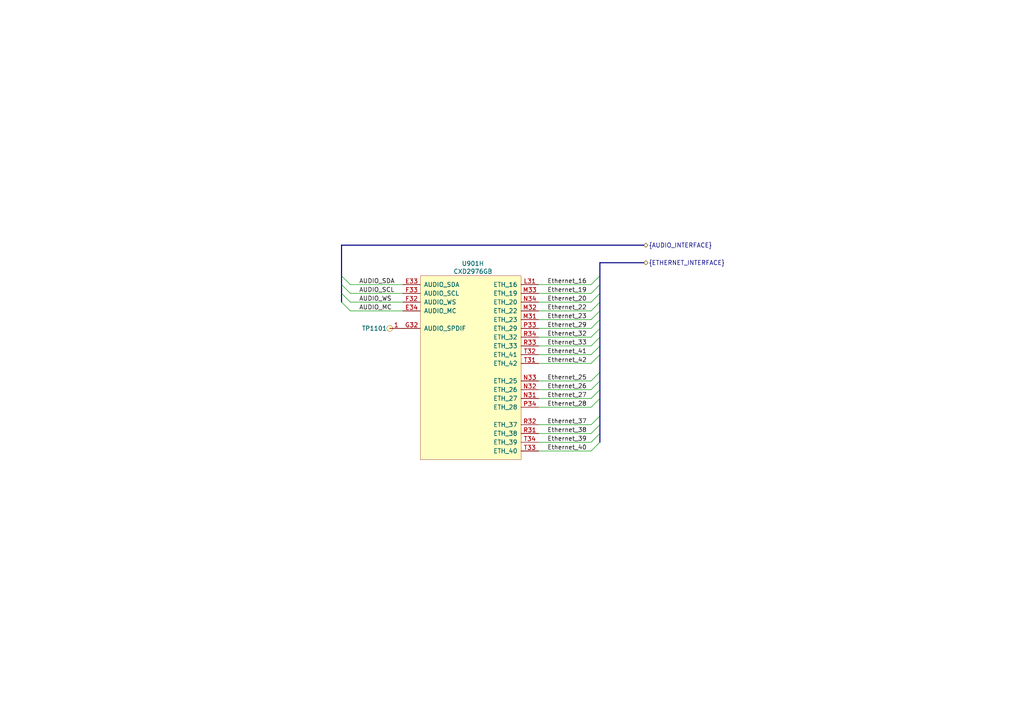
<source format=kicad_sch>
(kicad_sch (version 20230121) (generator eeschema)
  (paper "A4")
  (title_block (title "PS2 Emotion Engine Audio & Network") (rev "0.3") (comment 5 "-a project by Tschicki"))
  (bus_alias "AUDIO_INTERFACE" (members "AUDIO_SDA" "AUDIO_SCL" "AUDIO_WS" "AUDIO_MC"))
  (bus_entry (at 173.99 90.17) (size -2.54 2.54))
  (bus_entry (at 173.99 110.49) (size -2.54 2.54))
  (bus_entry (at 173.99 123.19) (size -2.54 2.54))
  (bus_entry (at 101.6 87.63) (size -2.54 -2.54))
  (bus_entry (at 101.6 82.55) (size -2.54 -2.54))
  (bus_entry (at 173.99 125.73) (size -2.54 2.54))
  (bus_entry (at 173.99 92.71) (size -2.54 2.54))
  (bus_entry (at 173.99 80.01) (size -2.54 2.54))
  (bus_entry (at 173.99 128.27) (size -2.54 2.54))
  (bus_entry (at 173.99 97.79) (size -2.54 2.54))
  (bus_entry (at 173.99 115.57) (size -2.54 2.54))
  (bus_entry (at 173.99 107.95) (size -2.54 2.54))
  (bus_entry (at 173.99 100.33) (size -2.54 2.54))
  (bus_entry (at 173.99 82.55) (size -2.54 2.54))
  (bus_entry (at 173.99 120.65) (size -2.54 2.54))
  (bus_entry (at 173.99 102.87) (size -2.54 2.54))
  (bus_entry (at 101.6 90.17) (size -2.54 -2.54))
  (bus_entry (at 173.99 87.63) (size -2.54 2.54))
  (bus_entry (at 173.99 85.09) (size -2.54 2.54))
  (bus_entry (at 173.99 95.25) (size -2.54 2.54))
  (bus_entry (at 101.6 85.09) (size -2.54 -2.54))
  (bus_entry (at 173.99 113.03) (size -2.54 2.54))
  (wire (pts (xy 156.21 115.57) (xy 171.45 115.57)))
  (bus (pts (xy 173.99 100.33) (xy 173.99 97.79)))
  (bus (pts (xy 173.99 123.19) (xy 173.99 120.65)))
  (wire (pts (xy 156.21 92.71) (xy 171.45 92.71)))
  (wire (pts (xy 171.45 123.19) (xy 156.21 123.19)))
  (bus (pts (xy 173.99 107.95) (xy 173.99 102.87)))
  (bus (pts (xy 99.06 85.09) (xy 99.06 87.63)))
  (bus (pts (xy 173.99 110.49) (xy 173.99 107.95)))
  (wire (pts (xy 171.45 125.73) (xy 156.21 125.73)))
  (wire (pts (xy 101.6 85.09) (xy 116.84 85.09)))
  (wire (pts (xy 156.21 100.33) (xy 171.45 100.33)))
  (bus (pts (xy 173.99 102.87) (xy 173.99 100.33)))
  (wire (pts (xy 101.6 87.63) (xy 116.84 87.63)))
  (wire (pts (xy 156.21 85.09) (xy 171.45 85.09)))
  (bus (pts (xy 173.99 76.2) (xy 186.69 76.2)))
  (bus (pts (xy 173.99 92.71) (xy 173.99 90.17)))
  (bus (pts (xy 173.99 85.09) (xy 173.99 82.55)))
  (wire (pts (xy 156.21 97.79) (xy 171.45 97.79)))
  (wire (pts (xy 156.21 82.55) (xy 171.45 82.55)))
  (wire (pts (xy 156.21 95.25) (xy 171.45 95.25)))
  (bus (pts (xy 173.99 95.25) (xy 173.99 92.71)))
  (wire (pts (xy 156.21 118.11) (xy 171.45 118.11)))
  (bus (pts (xy 173.99 113.03) (xy 173.99 110.49)))
  (wire (pts (xy 171.45 130.81) (xy 156.21 130.81)))
  (bus (pts (xy 173.99 115.57) (xy 173.99 113.03)))
  (bus (pts (xy 173.99 82.55) (xy 173.99 80.01)))
  (wire (pts (xy 101.6 90.17) (xy 116.84 90.17)))
  (bus (pts (xy 173.99 125.73) (xy 173.99 123.19)))
  (bus (pts (xy 173.99 80.01) (xy 173.99 76.2)))
  (bus (pts (xy 173.99 97.79) (xy 173.99 95.25)))
  (wire (pts (xy 156.21 90.17) (xy 171.45 90.17)))
  (bus (pts (xy 99.06 80.01) (xy 99.06 82.55)))
  (bus (pts (xy 173.99 87.63) (xy 173.99 85.09)))
  (bus (pts (xy 173.99 120.65) (xy 173.99 115.57)))
  (bus (pts (xy 99.06 71.12) (xy 186.69 71.12)))
  (wire (pts (xy 156.21 113.03) (xy 171.45 113.03)))
  (wire (pts (xy 156.21 87.63) (xy 171.45 87.63)))
  (wire (pts (xy 156.21 105.41) (xy 171.45 105.41)))
  (bus (pts (xy 173.99 90.17) (xy 173.99 87.63)))
  (wire (pts (xy 156.21 102.87) (xy 171.45 102.87)))
  (bus (pts (xy 173.99 128.27) (xy 173.99 125.73)))
  (wire (pts (xy 156.21 110.49) (xy 171.45 110.49)))
  (bus (pts (xy 99.06 71.12) (xy 99.06 80.01)))
  (bus (pts (xy 99.06 82.55) (xy 99.06 85.09)))
  (wire (pts (xy 101.6 82.55) (xy 116.84 82.55)))
  (wire (pts (xy 171.45 128.27) (xy 156.21 128.27)))
  (label "Ethernet_16" (at 158.75 82.55 0))
  (label "Ethernet_39" (at 158.75 128.27 0))
  (label "Ethernet_19" (at 158.75 85.09 0))
  (label "Ethernet_32" (at 158.75 97.79 0))
  (label "Ethernet_25" (at 158.75 110.49 0))
  (label "Ethernet_28" (at 158.75 118.11 0))
  (label "AUDIO_WS" (at 104.14 87.63 0))
  (label "Ethernet_26" (at 158.75 113.03 0))
  (label "Ethernet_37" (at 158.75 123.19 0))
  (label "AUDIO_SCL" (at 104.14 85.09 0))
  (label "Ethernet_38" (at 158.75 125.73 0))
  (label "Ethernet_22" (at 158.75 90.17 0))
  (label "Ethernet_29" (at 158.75 95.25 0))
  (label "Ethernet_23" (at 158.7351 92.71 0))
  (label "Ethernet_27" (at 158.75 115.57 0))
  (label "Ethernet_20" (at 158.75 87.63 0))
  (label "Ethernet_41" (at 158.75 102.87 0))
  (label "Ethernet_33" (at 158.75 100.33 0))
  (label "Ethernet_40" (at 158.75 130.81 0))
  (label "AUDIO_SDA" (at 104.14 82.55 0))
  (label "AUDIO_MC" (at 104.14 90.17 0))
  (label "Ethernet_42" (at 158.75 105.41 0))
  (hierarchical_label "{ETHERNET_INTERFACE}" (shape bidirectional) (at 186.69 76.2 0))
  (hierarchical_label "{AUDIO_INTERFACE}" (shape bidirectional) (at 186.69 71.12 0))
  (symbol (lib_id "PS2:Solder_Point") (at 113.03 95.25 180) (unit 1) (in_bom no)
    (property "Reference" "TP1101" (at 108.585 95.25 0))
    (property "Value" "Solder_Point" (effects hide))
    (property "Footprint" "PS2:Solder_Point_127" (effects hide))
  )
  (symbol (lib_id "PS2:CXD2976GB") (at 116.84 82.55 0) (unit 8)
    (property "Reference" "U901" (at 137.16 76.4413 0))
    (property "Value" "CXD2976GB" (at 137.16 78.74 0))
    (property "Footprint" "PS2:PS2_CXD2976GB_35.0x35.0mm_P1.0mm" (effects hide))
    (property "Part Number" "get from PS2 79k/90k" (effects hide))
  )
)
</source>
